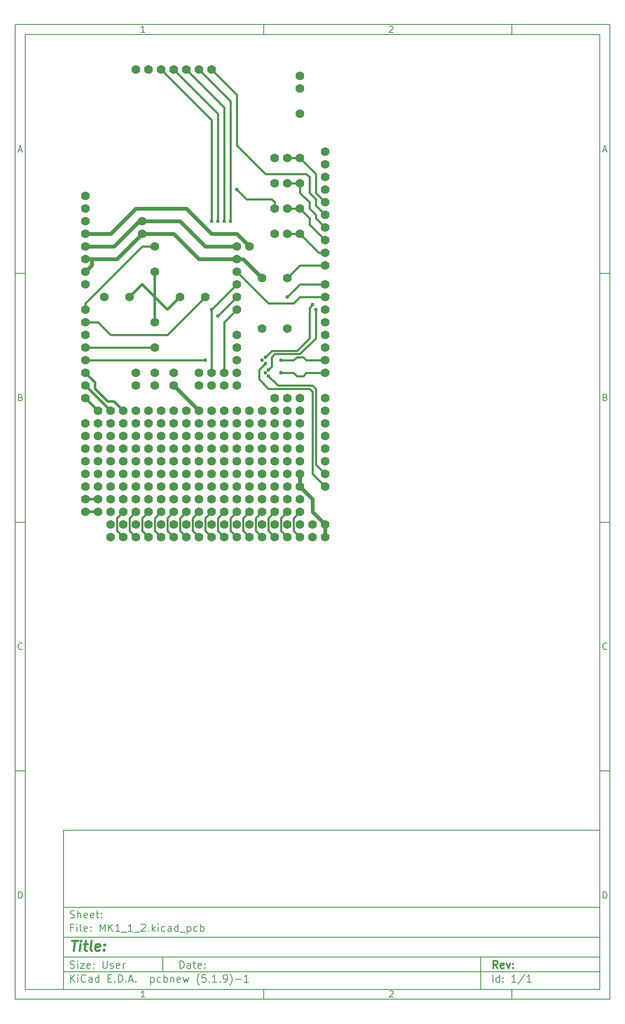
<source format=gbr>
%TF.GenerationSoftware,KiCad,Pcbnew,(5.1.9)-1*%
%TF.CreationDate,2021-07-03T12:37:55-04:00*%
%TF.ProjectId,MK1_1_2,4d4b315f-315f-4322-9e6b-696361645f70,rev?*%
%TF.SameCoordinates,Original*%
%TF.FileFunction,Copper,L1,Top*%
%TF.FilePolarity,Positive*%
%FSLAX45Y45*%
G04 Gerber Fmt 4.5, Leading zero omitted, Abs format (unit mm)*
G04 Created by KiCad (PCBNEW (5.1.9)-1) date 2021-07-03 12:37:55*
%MOMM*%
%LPD*%
G01*
G04 APERTURE LIST*
%ADD10C,0.127000*%
%ADD11C,0.150000*%
%ADD12C,0.300000*%
%ADD13C,0.400000*%
%TA.AperFunction,ViaPad*%
%ADD14C,0.762000*%
%TD*%
%TA.AperFunction,ViaPad*%
%ADD15C,1.778000*%
%TD*%
%TA.AperFunction,Conductor*%
%ADD16C,0.381000*%
%TD*%
%TA.AperFunction,Conductor*%
%ADD17C,0.762000*%
%TD*%
%TA.AperFunction,Conductor*%
%ADD18C,0.508000*%
%TD*%
G04 APERTURE END LIST*
D10*
D11*
X1970000Y-17190000D02*
X1970000Y-20390000D01*
X12770000Y-20390000D01*
X12770000Y-17190000D01*
X1970000Y-17190000D01*
D10*
D11*
X1000000Y-1000000D02*
X1000000Y-20590000D01*
X12970000Y-20590000D01*
X12970000Y-1000000D01*
X1000000Y-1000000D01*
D10*
D11*
X1200000Y-1200000D02*
X1200000Y-20390000D01*
X12770000Y-20390000D01*
X12770000Y-1200000D01*
X1200000Y-1200000D01*
D10*
D11*
X6000000Y-1200000D02*
X6000000Y-1000000D01*
D10*
D11*
X11000000Y-1200000D02*
X11000000Y-1000000D01*
D10*
D11*
X3606548Y-1158810D02*
X3532262Y-1158810D01*
X3569405Y-1158810D02*
X3569405Y-1028809D01*
X3557024Y-1047381D01*
X3544643Y-1059762D01*
X3532262Y-1065952D01*
D10*
D11*
X8532262Y-1041190D02*
X8538452Y-1035000D01*
X8550833Y-1028809D01*
X8581786Y-1028809D01*
X8594167Y-1035000D01*
X8600357Y-1041190D01*
X8606548Y-1053571D01*
X8606548Y-1065952D01*
X8600357Y-1084524D01*
X8526071Y-1158810D01*
X8606548Y-1158810D01*
D10*
D11*
X6000000Y-20390000D02*
X6000000Y-20590000D01*
D10*
D11*
X11000000Y-20390000D02*
X11000000Y-20590000D01*
D10*
D11*
X3606548Y-20548810D02*
X3532262Y-20548810D01*
X3569405Y-20548810D02*
X3569405Y-20418810D01*
X3557024Y-20437381D01*
X3544643Y-20449762D01*
X3532262Y-20455952D01*
D10*
D11*
X8532262Y-20431190D02*
X8538452Y-20425000D01*
X8550833Y-20418810D01*
X8581786Y-20418810D01*
X8594167Y-20425000D01*
X8600357Y-20431190D01*
X8606548Y-20443571D01*
X8606548Y-20455952D01*
X8600357Y-20474524D01*
X8526071Y-20548810D01*
X8606548Y-20548810D01*
D10*
D11*
X1000000Y-6000000D02*
X1200000Y-6000000D01*
D10*
D11*
X1000000Y-11000000D02*
X1200000Y-11000000D01*
D10*
D11*
X1000000Y-16000000D02*
X1200000Y-16000000D01*
D10*
D11*
X1069048Y-3521667D02*
X1130952Y-3521667D01*
X1056667Y-3558809D02*
X1100000Y-3428809D01*
X1143333Y-3558809D01*
D10*
D11*
X1109286Y-8490714D02*
X1127857Y-8496905D01*
X1134048Y-8503095D01*
X1140238Y-8515476D01*
X1140238Y-8534048D01*
X1134048Y-8546429D01*
X1127857Y-8552619D01*
X1115476Y-8558810D01*
X1065952Y-8558810D01*
X1065952Y-8428810D01*
X1109286Y-8428810D01*
X1121667Y-8435000D01*
X1127857Y-8441190D01*
X1134048Y-8453571D01*
X1134048Y-8465952D01*
X1127857Y-8478333D01*
X1121667Y-8484524D01*
X1109286Y-8490714D01*
X1065952Y-8490714D01*
D10*
D11*
X1140238Y-13546428D02*
X1134048Y-13552619D01*
X1115476Y-13558809D01*
X1103095Y-13558809D01*
X1084524Y-13552619D01*
X1072143Y-13540238D01*
X1065952Y-13527857D01*
X1059762Y-13503095D01*
X1059762Y-13484524D01*
X1065952Y-13459762D01*
X1072143Y-13447381D01*
X1084524Y-13435000D01*
X1103095Y-13428809D01*
X1115476Y-13428809D01*
X1134048Y-13435000D01*
X1140238Y-13441190D01*
D10*
D11*
X1065952Y-18558810D02*
X1065952Y-18428810D01*
X1096905Y-18428810D01*
X1115476Y-18435000D01*
X1127857Y-18447381D01*
X1134048Y-18459762D01*
X1140238Y-18484524D01*
X1140238Y-18503095D01*
X1134048Y-18527857D01*
X1127857Y-18540238D01*
X1115476Y-18552619D01*
X1096905Y-18558810D01*
X1065952Y-18558810D01*
D10*
D11*
X12970000Y-6000000D02*
X12770000Y-6000000D01*
D10*
D11*
X12970000Y-11000000D02*
X12770000Y-11000000D01*
D10*
D11*
X12970000Y-16000000D02*
X12770000Y-16000000D01*
D10*
D11*
X12839048Y-3521667D02*
X12900952Y-3521667D01*
X12826667Y-3558809D02*
X12870000Y-3428809D01*
X12913333Y-3558809D01*
D10*
D11*
X12879286Y-8490714D02*
X12897857Y-8496905D01*
X12904048Y-8503095D01*
X12910238Y-8515476D01*
X12910238Y-8534048D01*
X12904048Y-8546429D01*
X12897857Y-8552619D01*
X12885476Y-8558810D01*
X12835952Y-8558810D01*
X12835952Y-8428810D01*
X12879286Y-8428810D01*
X12891667Y-8435000D01*
X12897857Y-8441190D01*
X12904048Y-8453571D01*
X12904048Y-8465952D01*
X12897857Y-8478333D01*
X12891667Y-8484524D01*
X12879286Y-8490714D01*
X12835952Y-8490714D01*
D10*
D11*
X12910238Y-13546428D02*
X12904048Y-13552619D01*
X12885476Y-13558809D01*
X12873095Y-13558809D01*
X12854524Y-13552619D01*
X12842143Y-13540238D01*
X12835952Y-13527857D01*
X12829762Y-13503095D01*
X12829762Y-13484524D01*
X12835952Y-13459762D01*
X12842143Y-13447381D01*
X12854524Y-13435000D01*
X12873095Y-13428809D01*
X12885476Y-13428809D01*
X12904048Y-13435000D01*
X12910238Y-13441190D01*
D10*
D11*
X12835952Y-18558810D02*
X12835952Y-18428810D01*
X12866905Y-18428810D01*
X12885476Y-18435000D01*
X12897857Y-18447381D01*
X12904048Y-18459762D01*
X12910238Y-18484524D01*
X12910238Y-18503095D01*
X12904048Y-18527857D01*
X12897857Y-18540238D01*
X12885476Y-18552619D01*
X12866905Y-18558810D01*
X12835952Y-18558810D01*
D10*
D11*
X4313214Y-19967857D02*
X4313214Y-19817857D01*
X4348929Y-19817857D01*
X4370357Y-19825000D01*
X4384643Y-19839286D01*
X4391786Y-19853571D01*
X4398929Y-19882143D01*
X4398929Y-19903571D01*
X4391786Y-19932143D01*
X4384643Y-19946429D01*
X4370357Y-19960714D01*
X4348929Y-19967857D01*
X4313214Y-19967857D01*
X4527500Y-19967857D02*
X4527500Y-19889286D01*
X4520357Y-19875000D01*
X4506071Y-19867857D01*
X4477500Y-19867857D01*
X4463214Y-19875000D01*
X4527500Y-19960714D02*
X4513214Y-19967857D01*
X4477500Y-19967857D01*
X4463214Y-19960714D01*
X4456071Y-19946429D01*
X4456071Y-19932143D01*
X4463214Y-19917857D01*
X4477500Y-19910714D01*
X4513214Y-19910714D01*
X4527500Y-19903571D01*
X4577500Y-19867857D02*
X4634643Y-19867857D01*
X4598929Y-19817857D02*
X4598929Y-19946429D01*
X4606071Y-19960714D01*
X4620357Y-19967857D01*
X4634643Y-19967857D01*
X4741786Y-19960714D02*
X4727500Y-19967857D01*
X4698929Y-19967857D01*
X4684643Y-19960714D01*
X4677500Y-19946429D01*
X4677500Y-19889286D01*
X4684643Y-19875000D01*
X4698929Y-19867857D01*
X4727500Y-19867857D01*
X4741786Y-19875000D01*
X4748929Y-19889286D01*
X4748929Y-19903571D01*
X4677500Y-19917857D01*
X4813214Y-19953571D02*
X4820357Y-19960714D01*
X4813214Y-19967857D01*
X4806071Y-19960714D01*
X4813214Y-19953571D01*
X4813214Y-19967857D01*
X4813214Y-19875000D02*
X4820357Y-19882143D01*
X4813214Y-19889286D01*
X4806071Y-19882143D01*
X4813214Y-19875000D01*
X4813214Y-19889286D01*
D10*
D11*
X1970000Y-20040000D02*
X12770000Y-20040000D01*
D10*
D11*
X2113214Y-20247857D02*
X2113214Y-20097857D01*
X2198929Y-20247857D02*
X2134643Y-20162143D01*
X2198929Y-20097857D02*
X2113214Y-20183571D01*
X2263214Y-20247857D02*
X2263214Y-20147857D01*
X2263214Y-20097857D02*
X2256071Y-20105000D01*
X2263214Y-20112143D01*
X2270357Y-20105000D01*
X2263214Y-20097857D01*
X2263214Y-20112143D01*
X2420357Y-20233571D02*
X2413214Y-20240714D01*
X2391786Y-20247857D01*
X2377500Y-20247857D01*
X2356071Y-20240714D01*
X2341786Y-20226429D01*
X2334643Y-20212143D01*
X2327500Y-20183571D01*
X2327500Y-20162143D01*
X2334643Y-20133571D01*
X2341786Y-20119286D01*
X2356071Y-20105000D01*
X2377500Y-20097857D01*
X2391786Y-20097857D01*
X2413214Y-20105000D01*
X2420357Y-20112143D01*
X2548929Y-20247857D02*
X2548929Y-20169286D01*
X2541786Y-20155000D01*
X2527500Y-20147857D01*
X2498929Y-20147857D01*
X2484643Y-20155000D01*
X2548929Y-20240714D02*
X2534643Y-20247857D01*
X2498929Y-20247857D01*
X2484643Y-20240714D01*
X2477500Y-20226429D01*
X2477500Y-20212143D01*
X2484643Y-20197857D01*
X2498929Y-20190714D01*
X2534643Y-20190714D01*
X2548929Y-20183571D01*
X2684643Y-20247857D02*
X2684643Y-20097857D01*
X2684643Y-20240714D02*
X2670357Y-20247857D01*
X2641786Y-20247857D01*
X2627500Y-20240714D01*
X2620357Y-20233571D01*
X2613214Y-20219286D01*
X2613214Y-20176429D01*
X2620357Y-20162143D01*
X2627500Y-20155000D01*
X2641786Y-20147857D01*
X2670357Y-20147857D01*
X2684643Y-20155000D01*
X2870357Y-20169286D02*
X2920357Y-20169286D01*
X2941786Y-20247857D02*
X2870357Y-20247857D01*
X2870357Y-20097857D01*
X2941786Y-20097857D01*
X3006071Y-20233571D02*
X3013214Y-20240714D01*
X3006071Y-20247857D01*
X2998928Y-20240714D01*
X3006071Y-20233571D01*
X3006071Y-20247857D01*
X3077500Y-20247857D02*
X3077500Y-20097857D01*
X3113214Y-20097857D01*
X3134643Y-20105000D01*
X3148928Y-20119286D01*
X3156071Y-20133571D01*
X3163214Y-20162143D01*
X3163214Y-20183571D01*
X3156071Y-20212143D01*
X3148928Y-20226429D01*
X3134643Y-20240714D01*
X3113214Y-20247857D01*
X3077500Y-20247857D01*
X3227500Y-20233571D02*
X3234643Y-20240714D01*
X3227500Y-20247857D01*
X3220357Y-20240714D01*
X3227500Y-20233571D01*
X3227500Y-20247857D01*
X3291786Y-20205000D02*
X3363214Y-20205000D01*
X3277500Y-20247857D02*
X3327500Y-20097857D01*
X3377500Y-20247857D01*
X3427500Y-20233571D02*
X3434643Y-20240714D01*
X3427500Y-20247857D01*
X3420357Y-20240714D01*
X3427500Y-20233571D01*
X3427500Y-20247857D01*
X3727500Y-20147857D02*
X3727500Y-20297857D01*
X3727500Y-20155000D02*
X3741786Y-20147857D01*
X3770357Y-20147857D01*
X3784643Y-20155000D01*
X3791786Y-20162143D01*
X3798928Y-20176429D01*
X3798928Y-20219286D01*
X3791786Y-20233571D01*
X3784643Y-20240714D01*
X3770357Y-20247857D01*
X3741786Y-20247857D01*
X3727500Y-20240714D01*
X3927500Y-20240714D02*
X3913214Y-20247857D01*
X3884643Y-20247857D01*
X3870357Y-20240714D01*
X3863214Y-20233571D01*
X3856071Y-20219286D01*
X3856071Y-20176429D01*
X3863214Y-20162143D01*
X3870357Y-20155000D01*
X3884643Y-20147857D01*
X3913214Y-20147857D01*
X3927500Y-20155000D01*
X3991786Y-20247857D02*
X3991786Y-20097857D01*
X3991786Y-20155000D02*
X4006071Y-20147857D01*
X4034643Y-20147857D01*
X4048928Y-20155000D01*
X4056071Y-20162143D01*
X4063214Y-20176429D01*
X4063214Y-20219286D01*
X4056071Y-20233571D01*
X4048928Y-20240714D01*
X4034643Y-20247857D01*
X4006071Y-20247857D01*
X3991786Y-20240714D01*
X4127500Y-20147857D02*
X4127500Y-20247857D01*
X4127500Y-20162143D02*
X4134643Y-20155000D01*
X4148928Y-20147857D01*
X4170357Y-20147857D01*
X4184643Y-20155000D01*
X4191786Y-20169286D01*
X4191786Y-20247857D01*
X4320357Y-20240714D02*
X4306071Y-20247857D01*
X4277500Y-20247857D01*
X4263214Y-20240714D01*
X4256071Y-20226429D01*
X4256071Y-20169286D01*
X4263214Y-20155000D01*
X4277500Y-20147857D01*
X4306071Y-20147857D01*
X4320357Y-20155000D01*
X4327500Y-20169286D01*
X4327500Y-20183571D01*
X4256071Y-20197857D01*
X4377500Y-20147857D02*
X4406071Y-20247857D01*
X4434643Y-20176429D01*
X4463214Y-20247857D01*
X4491786Y-20147857D01*
X4706071Y-20305000D02*
X4698929Y-20297857D01*
X4684643Y-20276429D01*
X4677500Y-20262143D01*
X4670357Y-20240714D01*
X4663214Y-20205000D01*
X4663214Y-20176429D01*
X4670357Y-20140714D01*
X4677500Y-20119286D01*
X4684643Y-20105000D01*
X4698929Y-20083571D01*
X4706071Y-20076429D01*
X4834643Y-20097857D02*
X4763214Y-20097857D01*
X4756071Y-20169286D01*
X4763214Y-20162143D01*
X4777500Y-20155000D01*
X4813214Y-20155000D01*
X4827500Y-20162143D01*
X4834643Y-20169286D01*
X4841786Y-20183571D01*
X4841786Y-20219286D01*
X4834643Y-20233571D01*
X4827500Y-20240714D01*
X4813214Y-20247857D01*
X4777500Y-20247857D01*
X4763214Y-20240714D01*
X4756071Y-20233571D01*
X4906071Y-20233571D02*
X4913214Y-20240714D01*
X4906071Y-20247857D01*
X4898929Y-20240714D01*
X4906071Y-20233571D01*
X4906071Y-20247857D01*
X5056071Y-20247857D02*
X4970357Y-20247857D01*
X5013214Y-20247857D02*
X5013214Y-20097857D01*
X4998929Y-20119286D01*
X4984643Y-20133571D01*
X4970357Y-20140714D01*
X5120357Y-20233571D02*
X5127500Y-20240714D01*
X5120357Y-20247857D01*
X5113214Y-20240714D01*
X5120357Y-20233571D01*
X5120357Y-20247857D01*
X5198929Y-20247857D02*
X5227500Y-20247857D01*
X5241786Y-20240714D01*
X5248929Y-20233571D01*
X5263214Y-20212143D01*
X5270357Y-20183571D01*
X5270357Y-20126429D01*
X5263214Y-20112143D01*
X5256071Y-20105000D01*
X5241786Y-20097857D01*
X5213214Y-20097857D01*
X5198929Y-20105000D01*
X5191786Y-20112143D01*
X5184643Y-20126429D01*
X5184643Y-20162143D01*
X5191786Y-20176429D01*
X5198929Y-20183571D01*
X5213214Y-20190714D01*
X5241786Y-20190714D01*
X5256071Y-20183571D01*
X5263214Y-20176429D01*
X5270357Y-20162143D01*
X5320357Y-20305000D02*
X5327500Y-20297857D01*
X5341786Y-20276429D01*
X5348929Y-20262143D01*
X5356071Y-20240714D01*
X5363214Y-20205000D01*
X5363214Y-20176429D01*
X5356071Y-20140714D01*
X5348929Y-20119286D01*
X5341786Y-20105000D01*
X5327500Y-20083571D01*
X5320357Y-20076429D01*
X5434643Y-20190714D02*
X5548929Y-20190714D01*
X5698928Y-20247857D02*
X5613214Y-20247857D01*
X5656071Y-20247857D02*
X5656071Y-20097857D01*
X5641786Y-20119286D01*
X5627500Y-20133571D01*
X5613214Y-20140714D01*
D10*
D11*
X1970000Y-19740000D02*
X12770000Y-19740000D01*
D10*
D12*
X10710929Y-19967857D02*
X10660929Y-19896429D01*
X10625214Y-19967857D02*
X10625214Y-19817857D01*
X10682357Y-19817857D01*
X10696643Y-19825000D01*
X10703786Y-19832143D01*
X10710929Y-19846429D01*
X10710929Y-19867857D01*
X10703786Y-19882143D01*
X10696643Y-19889286D01*
X10682357Y-19896429D01*
X10625214Y-19896429D01*
X10832357Y-19960714D02*
X10818071Y-19967857D01*
X10789500Y-19967857D01*
X10775214Y-19960714D01*
X10768071Y-19946429D01*
X10768071Y-19889286D01*
X10775214Y-19875000D01*
X10789500Y-19867857D01*
X10818071Y-19867857D01*
X10832357Y-19875000D01*
X10839500Y-19889286D01*
X10839500Y-19903571D01*
X10768071Y-19917857D01*
X10889500Y-19867857D02*
X10925214Y-19967857D01*
X10960929Y-19867857D01*
X11018071Y-19953571D02*
X11025214Y-19960714D01*
X11018071Y-19967857D01*
X11010929Y-19960714D01*
X11018071Y-19953571D01*
X11018071Y-19967857D01*
X11018071Y-19875000D02*
X11025214Y-19882143D01*
X11018071Y-19889286D01*
X11010929Y-19882143D01*
X11018071Y-19875000D01*
X11018071Y-19889286D01*
D10*
D11*
X2106071Y-19960714D02*
X2127500Y-19967857D01*
X2163214Y-19967857D01*
X2177500Y-19960714D01*
X2184643Y-19953571D01*
X2191786Y-19939286D01*
X2191786Y-19925000D01*
X2184643Y-19910714D01*
X2177500Y-19903571D01*
X2163214Y-19896429D01*
X2134643Y-19889286D01*
X2120357Y-19882143D01*
X2113214Y-19875000D01*
X2106071Y-19860714D01*
X2106071Y-19846429D01*
X2113214Y-19832143D01*
X2120357Y-19825000D01*
X2134643Y-19817857D01*
X2170357Y-19817857D01*
X2191786Y-19825000D01*
X2256071Y-19967857D02*
X2256071Y-19867857D01*
X2256071Y-19817857D02*
X2248929Y-19825000D01*
X2256071Y-19832143D01*
X2263214Y-19825000D01*
X2256071Y-19817857D01*
X2256071Y-19832143D01*
X2313214Y-19867857D02*
X2391786Y-19867857D01*
X2313214Y-19967857D01*
X2391786Y-19967857D01*
X2506071Y-19960714D02*
X2491786Y-19967857D01*
X2463214Y-19967857D01*
X2448929Y-19960714D01*
X2441786Y-19946429D01*
X2441786Y-19889286D01*
X2448929Y-19875000D01*
X2463214Y-19867857D01*
X2491786Y-19867857D01*
X2506071Y-19875000D01*
X2513214Y-19889286D01*
X2513214Y-19903571D01*
X2441786Y-19917857D01*
X2577500Y-19953571D02*
X2584643Y-19960714D01*
X2577500Y-19967857D01*
X2570357Y-19960714D01*
X2577500Y-19953571D01*
X2577500Y-19967857D01*
X2577500Y-19875000D02*
X2584643Y-19882143D01*
X2577500Y-19889286D01*
X2570357Y-19882143D01*
X2577500Y-19875000D01*
X2577500Y-19889286D01*
X2763214Y-19817857D02*
X2763214Y-19939286D01*
X2770357Y-19953571D01*
X2777500Y-19960714D01*
X2791786Y-19967857D01*
X2820357Y-19967857D01*
X2834643Y-19960714D01*
X2841786Y-19953571D01*
X2848928Y-19939286D01*
X2848928Y-19817857D01*
X2913214Y-19960714D02*
X2927500Y-19967857D01*
X2956071Y-19967857D01*
X2970357Y-19960714D01*
X2977500Y-19946429D01*
X2977500Y-19939286D01*
X2970357Y-19925000D01*
X2956071Y-19917857D01*
X2934643Y-19917857D01*
X2920357Y-19910714D01*
X2913214Y-19896429D01*
X2913214Y-19889286D01*
X2920357Y-19875000D01*
X2934643Y-19867857D01*
X2956071Y-19867857D01*
X2970357Y-19875000D01*
X3098928Y-19960714D02*
X3084643Y-19967857D01*
X3056071Y-19967857D01*
X3041786Y-19960714D01*
X3034643Y-19946429D01*
X3034643Y-19889286D01*
X3041786Y-19875000D01*
X3056071Y-19867857D01*
X3084643Y-19867857D01*
X3098928Y-19875000D01*
X3106071Y-19889286D01*
X3106071Y-19903571D01*
X3034643Y-19917857D01*
X3170357Y-19967857D02*
X3170357Y-19867857D01*
X3170357Y-19896429D02*
X3177500Y-19882143D01*
X3184643Y-19875000D01*
X3198928Y-19867857D01*
X3213214Y-19867857D01*
D10*
D11*
X10613214Y-20247857D02*
X10613214Y-20097857D01*
X10748929Y-20247857D02*
X10748929Y-20097857D01*
X10748929Y-20240714D02*
X10734643Y-20247857D01*
X10706071Y-20247857D01*
X10691786Y-20240714D01*
X10684643Y-20233571D01*
X10677500Y-20219286D01*
X10677500Y-20176429D01*
X10684643Y-20162143D01*
X10691786Y-20155000D01*
X10706071Y-20147857D01*
X10734643Y-20147857D01*
X10748929Y-20155000D01*
X10820357Y-20233571D02*
X10827500Y-20240714D01*
X10820357Y-20247857D01*
X10813214Y-20240714D01*
X10820357Y-20233571D01*
X10820357Y-20247857D01*
X10820357Y-20155000D02*
X10827500Y-20162143D01*
X10820357Y-20169286D01*
X10813214Y-20162143D01*
X10820357Y-20155000D01*
X10820357Y-20169286D01*
X11084643Y-20247857D02*
X10998929Y-20247857D01*
X11041786Y-20247857D02*
X11041786Y-20097857D01*
X11027500Y-20119286D01*
X11013214Y-20133571D01*
X10998929Y-20140714D01*
X11256071Y-20090714D02*
X11127500Y-20283571D01*
X11384643Y-20247857D02*
X11298928Y-20247857D01*
X11341786Y-20247857D02*
X11341786Y-20097857D01*
X11327500Y-20119286D01*
X11313214Y-20133571D01*
X11298928Y-20140714D01*
D10*
D11*
X1970000Y-19340000D02*
X12770000Y-19340000D01*
D10*
D13*
X2141238Y-19410476D02*
X2255524Y-19410476D01*
X2173381Y-19610476D02*
X2198381Y-19410476D01*
X2297190Y-19610476D02*
X2313857Y-19477143D01*
X2322190Y-19410476D02*
X2311476Y-19420000D01*
X2319810Y-19429524D01*
X2330524Y-19420000D01*
X2322190Y-19410476D01*
X2319810Y-19429524D01*
X2380524Y-19477143D02*
X2456714Y-19477143D01*
X2417429Y-19410476D02*
X2396000Y-19581905D01*
X2403143Y-19600952D01*
X2421000Y-19610476D01*
X2440048Y-19610476D01*
X2535286Y-19610476D02*
X2517429Y-19600952D01*
X2510286Y-19581905D01*
X2531714Y-19410476D01*
X2688857Y-19600952D02*
X2668619Y-19610476D01*
X2630524Y-19610476D01*
X2612667Y-19600952D01*
X2605524Y-19581905D01*
X2615048Y-19505714D01*
X2626952Y-19486667D01*
X2647190Y-19477143D01*
X2685286Y-19477143D01*
X2703143Y-19486667D01*
X2710286Y-19505714D01*
X2707905Y-19524762D01*
X2610286Y-19543810D01*
X2785286Y-19591429D02*
X2793619Y-19600952D01*
X2782905Y-19610476D01*
X2774571Y-19600952D01*
X2785286Y-19591429D01*
X2782905Y-19610476D01*
X2798381Y-19486667D02*
X2806714Y-19496190D01*
X2796000Y-19505714D01*
X2787667Y-19496190D01*
X2798381Y-19486667D01*
X2796000Y-19505714D01*
D10*
D11*
X2163214Y-19149286D02*
X2113214Y-19149286D01*
X2113214Y-19227857D02*
X2113214Y-19077857D01*
X2184643Y-19077857D01*
X2241786Y-19227857D02*
X2241786Y-19127857D01*
X2241786Y-19077857D02*
X2234643Y-19085000D01*
X2241786Y-19092143D01*
X2248929Y-19085000D01*
X2241786Y-19077857D01*
X2241786Y-19092143D01*
X2334643Y-19227857D02*
X2320357Y-19220714D01*
X2313214Y-19206429D01*
X2313214Y-19077857D01*
X2448929Y-19220714D02*
X2434643Y-19227857D01*
X2406071Y-19227857D01*
X2391786Y-19220714D01*
X2384643Y-19206429D01*
X2384643Y-19149286D01*
X2391786Y-19135000D01*
X2406071Y-19127857D01*
X2434643Y-19127857D01*
X2448929Y-19135000D01*
X2456071Y-19149286D01*
X2456071Y-19163571D01*
X2384643Y-19177857D01*
X2520357Y-19213571D02*
X2527500Y-19220714D01*
X2520357Y-19227857D01*
X2513214Y-19220714D01*
X2520357Y-19213571D01*
X2520357Y-19227857D01*
X2520357Y-19135000D02*
X2527500Y-19142143D01*
X2520357Y-19149286D01*
X2513214Y-19142143D01*
X2520357Y-19135000D01*
X2520357Y-19149286D01*
X2706071Y-19227857D02*
X2706071Y-19077857D01*
X2756071Y-19185000D01*
X2806071Y-19077857D01*
X2806071Y-19227857D01*
X2877500Y-19227857D02*
X2877500Y-19077857D01*
X2963214Y-19227857D02*
X2898928Y-19142143D01*
X2963214Y-19077857D02*
X2877500Y-19163571D01*
X3106071Y-19227857D02*
X3020357Y-19227857D01*
X3063214Y-19227857D02*
X3063214Y-19077857D01*
X3048928Y-19099286D01*
X3034643Y-19113571D01*
X3020357Y-19120714D01*
X3134643Y-19242143D02*
X3248928Y-19242143D01*
X3363214Y-19227857D02*
X3277500Y-19227857D01*
X3320357Y-19227857D02*
X3320357Y-19077857D01*
X3306071Y-19099286D01*
X3291786Y-19113571D01*
X3277500Y-19120714D01*
X3391786Y-19242143D02*
X3506071Y-19242143D01*
X3534643Y-19092143D02*
X3541786Y-19085000D01*
X3556071Y-19077857D01*
X3591786Y-19077857D01*
X3606071Y-19085000D01*
X3613214Y-19092143D01*
X3620357Y-19106429D01*
X3620357Y-19120714D01*
X3613214Y-19142143D01*
X3527500Y-19227857D01*
X3620357Y-19227857D01*
X3684643Y-19213571D02*
X3691786Y-19220714D01*
X3684643Y-19227857D01*
X3677500Y-19220714D01*
X3684643Y-19213571D01*
X3684643Y-19227857D01*
X3756071Y-19227857D02*
X3756071Y-19077857D01*
X3770357Y-19170714D02*
X3813214Y-19227857D01*
X3813214Y-19127857D02*
X3756071Y-19185000D01*
X3877500Y-19227857D02*
X3877500Y-19127857D01*
X3877500Y-19077857D02*
X3870357Y-19085000D01*
X3877500Y-19092143D01*
X3884643Y-19085000D01*
X3877500Y-19077857D01*
X3877500Y-19092143D01*
X4013214Y-19220714D02*
X3998928Y-19227857D01*
X3970357Y-19227857D01*
X3956071Y-19220714D01*
X3948928Y-19213571D01*
X3941786Y-19199286D01*
X3941786Y-19156429D01*
X3948928Y-19142143D01*
X3956071Y-19135000D01*
X3970357Y-19127857D01*
X3998928Y-19127857D01*
X4013214Y-19135000D01*
X4141786Y-19227857D02*
X4141786Y-19149286D01*
X4134643Y-19135000D01*
X4120357Y-19127857D01*
X4091786Y-19127857D01*
X4077500Y-19135000D01*
X4141786Y-19220714D02*
X4127500Y-19227857D01*
X4091786Y-19227857D01*
X4077500Y-19220714D01*
X4070357Y-19206429D01*
X4070357Y-19192143D01*
X4077500Y-19177857D01*
X4091786Y-19170714D01*
X4127500Y-19170714D01*
X4141786Y-19163571D01*
X4277500Y-19227857D02*
X4277500Y-19077857D01*
X4277500Y-19220714D02*
X4263214Y-19227857D01*
X4234643Y-19227857D01*
X4220357Y-19220714D01*
X4213214Y-19213571D01*
X4206071Y-19199286D01*
X4206071Y-19156429D01*
X4213214Y-19142143D01*
X4220357Y-19135000D01*
X4234643Y-19127857D01*
X4263214Y-19127857D01*
X4277500Y-19135000D01*
X4313214Y-19242143D02*
X4427500Y-19242143D01*
X4463214Y-19127857D02*
X4463214Y-19277857D01*
X4463214Y-19135000D02*
X4477500Y-19127857D01*
X4506071Y-19127857D01*
X4520357Y-19135000D01*
X4527500Y-19142143D01*
X4534643Y-19156429D01*
X4534643Y-19199286D01*
X4527500Y-19213571D01*
X4520357Y-19220714D01*
X4506071Y-19227857D01*
X4477500Y-19227857D01*
X4463214Y-19220714D01*
X4663214Y-19220714D02*
X4648929Y-19227857D01*
X4620357Y-19227857D01*
X4606071Y-19220714D01*
X4598929Y-19213571D01*
X4591786Y-19199286D01*
X4591786Y-19156429D01*
X4598929Y-19142143D01*
X4606071Y-19135000D01*
X4620357Y-19127857D01*
X4648929Y-19127857D01*
X4663214Y-19135000D01*
X4727500Y-19227857D02*
X4727500Y-19077857D01*
X4727500Y-19135000D02*
X4741786Y-19127857D01*
X4770357Y-19127857D01*
X4784643Y-19135000D01*
X4791786Y-19142143D01*
X4798929Y-19156429D01*
X4798929Y-19199286D01*
X4791786Y-19213571D01*
X4784643Y-19220714D01*
X4770357Y-19227857D01*
X4741786Y-19227857D01*
X4727500Y-19220714D01*
D10*
D11*
X1970000Y-18740000D02*
X12770000Y-18740000D01*
D10*
D11*
X2106071Y-18950714D02*
X2127500Y-18957857D01*
X2163214Y-18957857D01*
X2177500Y-18950714D01*
X2184643Y-18943571D01*
X2191786Y-18929286D01*
X2191786Y-18915000D01*
X2184643Y-18900714D01*
X2177500Y-18893571D01*
X2163214Y-18886429D01*
X2134643Y-18879286D01*
X2120357Y-18872143D01*
X2113214Y-18865000D01*
X2106071Y-18850714D01*
X2106071Y-18836429D01*
X2113214Y-18822143D01*
X2120357Y-18815000D01*
X2134643Y-18807857D01*
X2170357Y-18807857D01*
X2191786Y-18815000D01*
X2256071Y-18957857D02*
X2256071Y-18807857D01*
X2320357Y-18957857D02*
X2320357Y-18879286D01*
X2313214Y-18865000D01*
X2298929Y-18857857D01*
X2277500Y-18857857D01*
X2263214Y-18865000D01*
X2256071Y-18872143D01*
X2448929Y-18950714D02*
X2434643Y-18957857D01*
X2406071Y-18957857D01*
X2391786Y-18950714D01*
X2384643Y-18936429D01*
X2384643Y-18879286D01*
X2391786Y-18865000D01*
X2406071Y-18857857D01*
X2434643Y-18857857D01*
X2448929Y-18865000D01*
X2456071Y-18879286D01*
X2456071Y-18893571D01*
X2384643Y-18907857D01*
X2577500Y-18950714D02*
X2563214Y-18957857D01*
X2534643Y-18957857D01*
X2520357Y-18950714D01*
X2513214Y-18936429D01*
X2513214Y-18879286D01*
X2520357Y-18865000D01*
X2534643Y-18857857D01*
X2563214Y-18857857D01*
X2577500Y-18865000D01*
X2584643Y-18879286D01*
X2584643Y-18893571D01*
X2513214Y-18907857D01*
X2627500Y-18857857D02*
X2684643Y-18857857D01*
X2648929Y-18807857D02*
X2648929Y-18936429D01*
X2656071Y-18950714D01*
X2670357Y-18957857D01*
X2684643Y-18957857D01*
X2734643Y-18943571D02*
X2741786Y-18950714D01*
X2734643Y-18957857D01*
X2727500Y-18950714D01*
X2734643Y-18943571D01*
X2734643Y-18957857D01*
X2734643Y-18865000D02*
X2741786Y-18872143D01*
X2734643Y-18879286D01*
X2727500Y-18872143D01*
X2734643Y-18865000D01*
X2734643Y-18879286D01*
D10*
D11*
X3970000Y-19740000D02*
X3970000Y-20040000D01*
D10*
D11*
X10370000Y-19740000D02*
X10370000Y-20390000D01*
D14*
%TO.N,*%
X4953000Y-6731000D03*
X5080000Y-6858000D03*
X6477000Y-6477000D03*
X4953000Y-4953000D03*
X5080000Y-4953000D03*
X5207000Y-4953000D03*
D15*
X4953000Y-10541000D03*
X4699000Y-10541000D03*
X4445000Y-10541000D03*
X4191000Y-10541000D03*
X3937000Y-10541000D03*
X3683000Y-10541000D03*
X3429000Y-10541000D03*
X3175000Y-10541000D03*
X2921000Y-10541000D03*
X2921000Y-10795000D03*
X2921000Y-11049000D03*
X2921000Y-11303000D03*
X3175000Y-11303000D03*
X3175000Y-11049000D03*
X3175000Y-10795000D03*
X3429000Y-10795000D03*
X3429000Y-11049000D03*
X3429000Y-11303000D03*
X3683000Y-11303000D03*
X3683000Y-11049000D03*
X3683000Y-10795000D03*
X3937000Y-10795000D03*
X3937000Y-11049000D03*
X3937000Y-11303000D03*
X4953000Y-10795000D03*
X4699000Y-10795000D03*
X4445000Y-10795000D03*
X4191000Y-10795000D03*
X4191000Y-11049000D03*
X4191000Y-11303000D03*
X4445000Y-11303000D03*
X4445000Y-11049000D03*
X4953000Y-8255000D03*
X4953000Y-8001000D03*
X5207000Y-8001000D03*
X5207000Y-8255000D03*
X4699000Y-8001000D03*
X4699000Y-8255000D03*
X5461000Y-8255000D03*
X5461000Y-8001000D03*
X5461000Y-7747000D03*
X5461000Y-7493000D03*
X4191000Y-8255000D03*
X4191000Y-8001000D03*
X3810000Y-8001000D03*
X3810000Y-8255000D03*
X3429000Y-8001000D03*
X2413000Y-7493000D03*
X2413000Y-7239000D03*
X2413000Y-6985000D03*
X2413000Y-6731000D03*
X2413000Y-9017000D03*
X2413000Y-9271000D03*
X2667000Y-9271000D03*
X2667000Y-9017000D03*
X7239000Y-8001000D03*
X7239000Y-7747000D03*
X7239000Y-7493000D03*
X7239000Y-7239000D03*
X7239000Y-6731000D03*
X7239000Y-6477000D03*
X7239000Y-6223000D03*
X7239000Y-5842000D03*
X7239000Y-5588000D03*
X7239000Y-5334000D03*
X7239000Y-5080000D03*
X7239000Y-4826000D03*
X7239000Y-4572000D03*
X7239000Y-4318000D03*
X7239000Y-4064000D03*
X7239000Y-3810000D03*
X7239000Y-3556000D03*
X6731000Y-3683000D03*
X6477000Y-3683000D03*
X6223000Y-3683000D03*
X6223000Y-4191000D03*
X6477000Y-4191000D03*
X6731000Y-4191000D03*
X6731000Y-4699000D03*
X6477000Y-4699000D03*
X6223000Y-4699000D03*
X6223000Y-5207000D03*
X6477000Y-5207000D03*
X6731000Y-5207000D03*
X6477000Y-6096000D03*
X6477000Y-7112000D03*
X5461000Y-6731000D03*
X5461000Y-6477000D03*
X5461000Y-6223000D03*
X5461000Y-5969000D03*
X5461000Y-5461000D03*
X4826000Y-6477000D03*
X4318000Y-6477000D03*
X3810000Y-6985000D03*
X3810000Y-7493000D03*
X3810000Y-5461000D03*
X3810000Y-5969000D03*
X3302000Y-6477000D03*
X2794000Y-6477000D03*
X5207000Y-8763000D03*
X4953000Y-8763000D03*
X4699000Y-8763000D03*
X4445000Y-8763000D03*
X4191000Y-8763000D03*
X3937000Y-8763000D03*
X3683000Y-8763000D03*
X3175000Y-8763000D03*
X3175000Y-9017000D03*
X3175000Y-9271000D03*
X3175000Y-9525000D03*
X3175000Y-9779000D03*
X3175000Y-10033000D03*
X3175000Y-10287000D03*
X2921000Y-10287000D03*
X2667000Y-10287000D03*
X2667000Y-10033000D03*
X2413000Y-10033000D03*
X2413000Y-9779000D03*
X2667000Y-9779000D03*
X2667000Y-9525000D03*
X2413000Y-9525000D03*
X2667000Y-10541000D03*
X2413000Y-10541000D03*
X2413000Y-10795000D03*
X2413000Y-10287000D03*
X2667000Y-10795000D03*
X2921000Y-10033000D03*
X2921000Y-9779000D03*
X2921000Y-9525000D03*
X2921000Y-9271000D03*
X2921000Y-9017000D03*
X3429000Y-9017000D03*
X3683000Y-9017000D03*
X3937000Y-9017000D03*
X3937000Y-9271000D03*
X3683000Y-9271000D03*
X3429000Y-9271000D03*
X3429000Y-9525000D03*
X3429000Y-9779000D03*
X3429000Y-10033000D03*
X3429000Y-10287000D03*
X3683000Y-10287000D03*
X3683000Y-10033000D03*
X3683000Y-9779000D03*
X3683000Y-9525000D03*
X3937000Y-9525000D03*
X3937000Y-9779000D03*
X3937000Y-10033000D03*
X3937000Y-10287000D03*
X4191000Y-10287000D03*
X4445000Y-10287000D03*
X4699000Y-10287000D03*
X4953000Y-10287000D03*
X4953000Y-10033000D03*
X4699000Y-10033000D03*
X4445000Y-10033000D03*
X4191000Y-10033000D03*
X4191000Y-9779000D03*
X4445000Y-9779000D03*
X4699000Y-9779000D03*
X4953000Y-9779000D03*
X5207000Y-10795000D03*
X4953000Y-9525000D03*
X4699000Y-9525000D03*
X4445000Y-9525000D03*
X4191000Y-9525000D03*
X4191000Y-9271000D03*
X4191000Y-9017000D03*
X4445000Y-9017000D03*
X4445000Y-9271000D03*
X4699000Y-9271000D03*
X4699000Y-9017000D03*
X4953000Y-9017000D03*
X4953000Y-9271000D03*
X5207000Y-9271000D03*
X5207000Y-9017000D03*
X2413000Y-6223000D03*
X2413000Y-5969000D03*
X2413000Y-5715000D03*
X2413000Y-5461000D03*
X2413000Y-5207000D03*
X2413000Y-4953000D03*
X2413000Y-4699000D03*
X2413000Y-4445000D03*
X4953000Y-1905000D03*
X4445000Y-1905000D03*
X4191000Y-1905000D03*
X3937000Y-1905000D03*
X3683000Y-1905000D03*
X3429000Y-1905000D03*
X6731000Y-2794000D03*
X6731000Y-2032000D03*
X5715000Y-11049000D03*
X5715000Y-11303000D03*
X5969000Y-11303000D03*
X5969000Y-11049000D03*
X6223000Y-11049000D03*
X6223000Y-11303000D03*
X4699000Y-11049000D03*
X4699000Y-11303000D03*
X4953000Y-11049000D03*
X4953000Y-11303000D03*
X5207000Y-11303000D03*
X5207000Y-11049000D03*
X6731000Y-2286000D03*
X2413000Y-7747000D03*
X5461000Y-7239000D03*
D14*
X4826000Y-7747000D03*
D15*
X3429000Y-8255000D03*
D14*
X5461000Y-4318000D03*
X5969000Y-7747000D03*
D15*
X7239000Y-10287000D03*
X7239000Y-9779000D03*
X7239000Y-9525000D03*
X7239000Y-9271000D03*
X7239000Y-9017000D03*
X7239000Y-8763000D03*
X7239000Y-8509000D03*
X5461000Y-11049000D03*
X5461000Y-11303000D03*
X6477000Y-11303000D03*
X6477000Y-11049000D03*
X6731000Y-11049000D03*
X6731000Y-11303000D03*
X6985000Y-11303000D03*
X6985000Y-11049000D03*
X5207000Y-9525000D03*
X5207000Y-9779000D03*
X5207000Y-10033000D03*
D14*
X7048500Y-6731000D03*
X6985000Y-6629400D03*
X6032500Y-7683500D03*
X6350000Y-8001000D03*
X6350000Y-7747000D03*
X6096000Y-7937500D03*
X6032500Y-8001000D03*
X6032500Y-7810500D03*
D15*
X3556000Y-5207000D03*
X3556000Y-4953000D03*
X5715000Y-5461000D03*
X4699000Y-1905000D03*
D14*
X5334000Y-4953000D03*
D15*
X7239000Y-6985000D03*
X5461000Y-8763000D03*
X5715000Y-8763000D03*
X5969000Y-8763000D03*
X5715000Y-10033000D03*
X5715000Y-9271000D03*
X5461000Y-10033000D03*
X5461000Y-9779000D03*
X5461000Y-9271000D03*
X5461000Y-9525000D03*
X5969000Y-9525000D03*
X5969000Y-9271000D03*
X5969000Y-10287000D03*
X5715000Y-9017000D03*
X5715000Y-10287000D03*
X5969000Y-9017000D03*
X5715000Y-9525000D03*
X5969000Y-9779000D03*
X5715000Y-9779000D03*
X5461000Y-10287000D03*
X5461000Y-9017000D03*
X5969000Y-10033000D03*
X6223000Y-8763000D03*
X6477000Y-8763000D03*
X6731000Y-8763000D03*
X6477000Y-10033000D03*
X6477000Y-9271000D03*
X6223000Y-10033000D03*
X6223000Y-9779000D03*
X6223000Y-9271000D03*
X6223000Y-9525000D03*
X6731000Y-9525000D03*
X6731000Y-9271000D03*
X6731000Y-10287000D03*
X6477000Y-9017000D03*
X6477000Y-10287000D03*
X6731000Y-9017000D03*
X6477000Y-9525000D03*
X6731000Y-9779000D03*
X6477000Y-9779000D03*
X6223000Y-10287000D03*
X6223000Y-9017000D03*
X6731000Y-10033000D03*
X6731000Y-10541000D03*
X6477000Y-10541000D03*
X6223000Y-10541000D03*
X5969000Y-10541000D03*
X5715000Y-10541000D03*
X5461000Y-10541000D03*
X7239000Y-11049000D03*
X7239000Y-11303000D03*
X5207000Y-10287000D03*
X5207000Y-10541000D03*
X5461000Y-10795000D03*
X5715000Y-10795000D03*
X5969000Y-10795000D03*
X6223000Y-10795000D03*
X6477000Y-10795000D03*
X6731000Y-10795000D03*
D14*
X6096000Y-8064500D03*
D15*
X7239000Y-10033000D03*
X6731000Y-8509000D03*
X6477000Y-8509000D03*
X6223000Y-8509000D03*
X3429000Y-8763000D03*
X2413000Y-8509000D03*
X2667000Y-8763000D03*
X2413000Y-8001000D03*
X2413000Y-8255000D03*
X2921000Y-8763000D03*
X5461000Y-5715000D03*
X5969000Y-6096000D03*
X5969000Y-7112000D03*
%TD*%
D16*
%TO.N,*%
X3556000Y-5461000D02*
X2413000Y-6604000D01*
X2413000Y-6604000D02*
X2413000Y-6731000D01*
X4064000Y-7239000D02*
X2921000Y-7239000D01*
X2921000Y-7239000D02*
X2667000Y-6985000D01*
X2667000Y-6985000D02*
X2413000Y-6985000D01*
X6731000Y-6477000D02*
X6604000Y-6604000D01*
X6731000Y-6223000D02*
X6477000Y-6477000D01*
D17*
X4826000Y-5461000D02*
X4318000Y-4953000D01*
X4318000Y-4953000D02*
X3556000Y-4953000D01*
D16*
X5207000Y-6985000D02*
X5207000Y-8001000D01*
X4953000Y-6731000D02*
X4953000Y-8001000D01*
X7239000Y-6477000D02*
X6731000Y-6477000D01*
X7239000Y-6223000D02*
X6731000Y-6223000D01*
X5461000Y-6731000D02*
X5207000Y-6985000D01*
X5461000Y-6477000D02*
X5080000Y-6858000D01*
X5461000Y-6223000D02*
X4953000Y-6731000D01*
D17*
X5461000Y-5461000D02*
X4826000Y-5461000D01*
D16*
X4826000Y-6477000D02*
X4064000Y-7239000D01*
X3810000Y-7493000D02*
X2413000Y-7493000D01*
X3810000Y-5461000D02*
X3556000Y-5461000D01*
X3175000Y-11303000D02*
X3048000Y-11176000D01*
X3048000Y-11176000D02*
X3048000Y-10922000D01*
X3429000Y-11303000D02*
X3302000Y-11176000D01*
X3302000Y-11176000D02*
X3302000Y-10922000D01*
X3683000Y-11303000D02*
X3556000Y-11176000D01*
X3556000Y-11176000D02*
X3556000Y-10922000D01*
X3937000Y-11303000D02*
X3810000Y-11176000D01*
X3810000Y-11176000D02*
X3810000Y-10922000D01*
X4191000Y-11303000D02*
X4064000Y-11176000D01*
X4064000Y-11176000D02*
X4064000Y-10922000D01*
X4445000Y-11303000D02*
X4318000Y-11176000D01*
X4318000Y-11176000D02*
X4318000Y-10922000D01*
X4699000Y-11303000D02*
X4572000Y-11176000D01*
X4572000Y-11176000D02*
X4572000Y-10922000D01*
X4953000Y-11303000D02*
X4826000Y-11176000D01*
X4826000Y-11176000D02*
X4826000Y-10922000D01*
X4953000Y-2921000D02*
X3937000Y-1905000D01*
X4953000Y-4953000D02*
X4953000Y-2921000D01*
X5080000Y-2794000D02*
X4191000Y-1905000D01*
X5080000Y-4953000D02*
X5080000Y-2794000D01*
X5207000Y-2667000D02*
X4445000Y-1905000D01*
X5207000Y-4953000D02*
X5207000Y-2667000D01*
X5461000Y-2413000D02*
X4953000Y-1905000D01*
X5461000Y-3429000D02*
X5461000Y-2413000D01*
D17*
X2413000Y-5969000D02*
X2540000Y-5842000D01*
X2540000Y-5842000D02*
X2540000Y-5715000D01*
D16*
X6096000Y-6604000D02*
X5461000Y-5969000D01*
X6096000Y-6604000D02*
X6604000Y-6604000D01*
D18*
X4064000Y-6731000D02*
X4318000Y-6477000D01*
X3302000Y-6477000D02*
X3556000Y-6223000D01*
X3556000Y-6223000D02*
X4064000Y-6731000D01*
X3810000Y-5969000D02*
X3810000Y-6985000D01*
D16*
X4826000Y-7747000D02*
X2413000Y-7747000D01*
X7048500Y-4381500D02*
X7239000Y-4572000D01*
X7048500Y-4000500D02*
X7048500Y-4381500D01*
X5461000Y-3429000D02*
X6032500Y-4000500D01*
X6032500Y-4000500D02*
X6858000Y-4000500D01*
X6858000Y-4000500D02*
X6921500Y-4064000D01*
X6921500Y-4064000D02*
X6921500Y-4381500D01*
X6921500Y-4381500D02*
X7048500Y-4508500D01*
X7048500Y-4635500D02*
X7239000Y-4826000D01*
X7048500Y-4508500D02*
X7048500Y-4635500D01*
X7048500Y-4889500D02*
X7239000Y-5080000D01*
X6921500Y-4699000D02*
X6921500Y-4572000D01*
X7048500Y-4826000D02*
X6921500Y-4699000D01*
X6223000Y-4699000D02*
X6223000Y-4572000D01*
X6223000Y-4572000D02*
X6159500Y-4508500D01*
X5651500Y-4508500D02*
X5461000Y-4318000D01*
X6159500Y-4508500D02*
X5651500Y-4508500D01*
X3810000Y-10922000D02*
X3937000Y-10795000D01*
X3556000Y-10922000D02*
X3683000Y-10795000D01*
X4318000Y-10922000D02*
X4445000Y-10795000D01*
X4064000Y-10922000D02*
X4191000Y-10795000D01*
X3302000Y-10922000D02*
X3429000Y-10795000D01*
X3048000Y-10922000D02*
X3175000Y-10795000D01*
X4572000Y-10922000D02*
X4699000Y-10795000D01*
X4826000Y-10922000D02*
X4953000Y-10795000D01*
X6731000Y-5842000D02*
X6477000Y-6096000D01*
X7239000Y-5842000D02*
X6731000Y-5842000D01*
X7239000Y-10287000D02*
X6985000Y-10033000D01*
X7239000Y-8001000D02*
X6858000Y-8001000D01*
X6858000Y-8001000D02*
X6794500Y-8064500D01*
X6794500Y-8064500D02*
X6667500Y-8064500D01*
X6667500Y-8064500D02*
X6604000Y-8001000D01*
X7239000Y-7747000D02*
X6858000Y-7747000D01*
X6858000Y-7747000D02*
X6794500Y-7683500D01*
X6794500Y-7683500D02*
X6667500Y-7683500D01*
X6667500Y-7683500D02*
X6604000Y-7747000D01*
X6985000Y-6629400D02*
X6921500Y-6692900D01*
X6921500Y-6692900D02*
X6921500Y-7302500D01*
X6921500Y-7302500D02*
X6667500Y-7556500D01*
X6731000Y-7620000D02*
X6223000Y-7620000D01*
X7048500Y-7302500D02*
X6731000Y-7620000D01*
X7048500Y-6731000D02*
X7048500Y-7302500D01*
X6159500Y-7556500D02*
X6667500Y-7556500D01*
X6159500Y-7874000D02*
X6159500Y-7683500D01*
X6159500Y-7683500D02*
X6223000Y-7620000D01*
X6096000Y-8318500D02*
X5905500Y-8128000D01*
X5905500Y-8128000D02*
X5905500Y-7937500D01*
X5905500Y-7937500D02*
X6032500Y-7810500D01*
X6604000Y-7747000D02*
X6350000Y-7747000D01*
X6604000Y-8001000D02*
X6350000Y-8001000D01*
X6032500Y-7683500D02*
X6159500Y-7556500D01*
X6096000Y-7937500D02*
X6159500Y-7874000D01*
D18*
X2413000Y-10541000D02*
X2667000Y-10541000D01*
X2413000Y-10795000D02*
X2667000Y-10795000D01*
D17*
X5715000Y-5461000D02*
X5461000Y-5207000D01*
X5461000Y-5207000D02*
X4953000Y-5207000D01*
X4953000Y-5207000D02*
X4445000Y-4699000D01*
D16*
X5334000Y-4953000D02*
X5334000Y-2540000D01*
X5334000Y-2540000D02*
X4699000Y-1905000D01*
D17*
X4445000Y-4699000D02*
X3429000Y-4699000D01*
X3429000Y-4699000D02*
X2921000Y-5207000D01*
X2921000Y-5207000D02*
X2413000Y-5207000D01*
X3556000Y-4953000D02*
X3492500Y-4953000D01*
X3492500Y-4953000D02*
X2984500Y-5461000D01*
X3556000Y-5207000D02*
X3048000Y-5715000D01*
X2984500Y-5461000D02*
X2413000Y-5461000D01*
X3048000Y-5715000D02*
X2540000Y-5715000D01*
X2540000Y-5715000D02*
X2413000Y-5715000D01*
X4191000Y-8255000D02*
X4699000Y-8763000D01*
D16*
X6731000Y-5207000D02*
X7112000Y-5588000D01*
X7239000Y-5588000D02*
X7112000Y-5588000D01*
X6731000Y-4699000D02*
X6477000Y-4699000D01*
X6731000Y-4191000D02*
X6477000Y-4191000D01*
X6731000Y-4191000D02*
X6731000Y-4381500D01*
X6731000Y-4381500D02*
X6921500Y-4572000D01*
X7048500Y-4889500D02*
X7048500Y-4826000D01*
X6921500Y-4889500D02*
X6731000Y-4699000D01*
X7239000Y-5334000D02*
X6921500Y-5016500D01*
X6921500Y-4889500D02*
X6921500Y-5016500D01*
X7048500Y-4000500D02*
X6731000Y-3683000D01*
X6731000Y-3683000D02*
X6477000Y-3683000D01*
D17*
X7239000Y-11303000D02*
X7239000Y-11049000D01*
X7239000Y-11049000D02*
X6985000Y-10795000D01*
X6985000Y-10541000D02*
X6731000Y-10287000D01*
X6985000Y-10795000D02*
X6985000Y-10541000D01*
X6731000Y-10287000D02*
X6731000Y-10033000D01*
D16*
X7239000Y-10033000D02*
X7048500Y-9842500D01*
X6286500Y-8255000D02*
X6096000Y-8064500D01*
X6286500Y-8255000D02*
X6985000Y-8255000D01*
X6985000Y-8255000D02*
X7048500Y-8318500D01*
X7048500Y-8318500D02*
X7048500Y-9842500D01*
X6985000Y-10033000D02*
X6985000Y-8382000D01*
X6985000Y-8382000D02*
X6921500Y-8318500D01*
X6921500Y-8318500D02*
X6096000Y-8318500D01*
X5207000Y-11303000D02*
X5080000Y-11176000D01*
X5080000Y-11176000D02*
X5080000Y-10922000D01*
X5080000Y-10922000D02*
X5207000Y-10795000D01*
X5461000Y-10795000D02*
X5334000Y-10922000D01*
X5334000Y-10922000D02*
X5334000Y-11176000D01*
X5334000Y-11176000D02*
X5461000Y-11303000D01*
X5715000Y-11303000D02*
X5588000Y-11176000D01*
X5588000Y-11176000D02*
X5588000Y-10922000D01*
X5588000Y-10922000D02*
X5715000Y-10795000D01*
X5969000Y-10795000D02*
X5842000Y-10922000D01*
X5842000Y-10922000D02*
X5842000Y-11176000D01*
X5842000Y-11176000D02*
X5969000Y-11303000D01*
X6223000Y-11303000D02*
X6096000Y-11176000D01*
X6096000Y-11176000D02*
X6096000Y-10922000D01*
X6096000Y-10922000D02*
X6223000Y-10795000D01*
X6477000Y-10795000D02*
X6350000Y-10922000D01*
X6350000Y-10922000D02*
X6350000Y-11176000D01*
X6350000Y-11176000D02*
X6477000Y-11303000D01*
X6731000Y-11303000D02*
X6604000Y-11176000D01*
X6604000Y-11176000D02*
X6604000Y-10922000D01*
X6604000Y-10922000D02*
X6731000Y-10795000D01*
D18*
X2667000Y-8763000D02*
X2413000Y-8509000D01*
X3175000Y-8763000D02*
X2984500Y-8572500D01*
X2984500Y-8572500D02*
X2857500Y-8572500D01*
X2857500Y-8572500D02*
X2603500Y-8318500D01*
X2603500Y-8318500D02*
X2603500Y-8191500D01*
X2603500Y-8191500D02*
X2413000Y-8001000D01*
X2413000Y-8255000D02*
X2921000Y-8763000D01*
D17*
X3556000Y-5207000D02*
X4191000Y-5207000D01*
X4699000Y-5715000D02*
X4191000Y-5207000D01*
X5461000Y-5715000D02*
X4699000Y-5715000D01*
X5588000Y-5715000D02*
X5969000Y-6096000D01*
X5461000Y-5715000D02*
X5588000Y-5715000D01*
D16*
X6477000Y-5207000D02*
X6731000Y-5207000D01*
%TD*%
M02*

</source>
